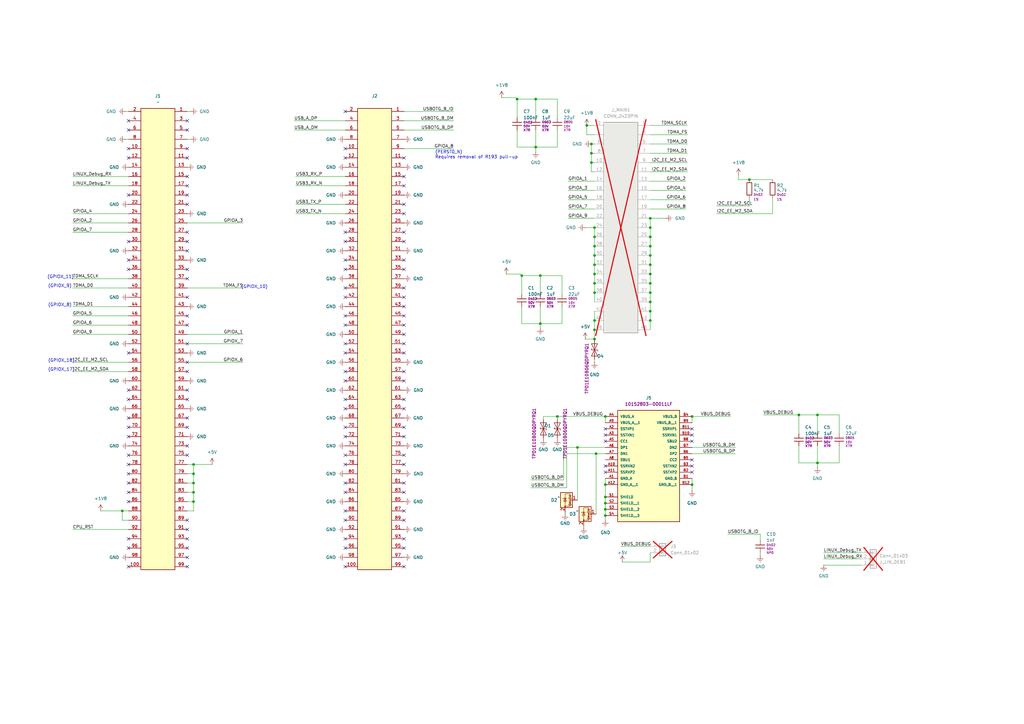
<source format=kicad_sch>
(kicad_sch (version 20231120) (generator "eeschema") (generator_version "8.0")
  (paper "A3")
  (junction (at 248.285 208.915))
  (junction (at 266.7 112.395))
  (junction (at 248.285 206.375))
  (junction (at 248.285 203.835))
  (junction (at 266.7 104.775))
  (junction (at 243.84 139.065))
  (junction (at 335.28 170.18))
  (junction (at 248.285 198.755))
  (junction (at 243.84 131.445))
  (junction (at 266.7 108.585))
  (junction (at 79.375 198.12))
  (junction (at 212.09 40.64))
  (junction (at 243.84 108.585))
  (junction (at 266.7 100.965))
  (junction (at 248.285 211.455))
  (junction (at 219.71 60.325))
  (junction (at 242.57 59.055))
  (junction (at 335.28 189.865))
  (junction (at 244.475 186.055))
  (junction (at 79.375 201.93))
  (junction (at 243.84 104.775))
  (junction (at 266.7 120.015))
  (junction (at 266.7 127.635))
  (junction (at 327.66 170.18))
  (junction (at 79.375 194.31))
  (junction (at 266.7 89.535))
  (junction (at 243.84 135.255))
  (junction (at 219.71 40.64))
  (junction (at 307.34 73.66))
  (junction (at 283.845 198.755))
  (junction (at 248.285 170.815))
  (junction (at 243.84 112.395))
  (junction (at 266.7 93.345))
  (junction (at 228.6 170.815))
  (junction (at 243.84 100.965))
  (junction (at 266.7 131.445))
  (junction (at 266.7 97.155))
  (junction (at 221.615 132.715))
  (junction (at 283.845 170.815))
  (junction (at 213.995 113.03))
  (junction (at 243.84 120.015))
  (junction (at 266.7 123.825))
  (junction (at 50.165 209.55))
  (junction (at 236.855 183.515))
  (junction (at 79.375 190.5))
  (junction (at 240.665 51.435))
  (junction (at 243.84 116.205))
  (junction (at 242.57 66.675))
  (junction (at 243.84 93.345))
  (junction (at 243.84 97.155))
  (junction (at 79.375 205.74))
  (junction (at 242.57 62.865))
  (junction (at 266.7 116.205))
  (junction (at 221.615 113.03))
  (no_connect (at 52.705 64.77))
  (no_connect (at 165.735 190.5))
  (no_connect (at 165.735 220.98))
  (no_connect (at 52.705 110.49))
  (no_connect (at 52.705 194.31))
  (no_connect (at 52.705 160.02))
  (no_connect (at 165.735 201.93))
  (no_connect (at 165.735 106.68))
  (no_connect (at 165.735 152.4))
  (no_connect (at 52.705 49.53))
  (no_connect (at 248.285 193.675))
  (no_connect (at 283.845 188.595))
  (no_connect (at 165.735 133.35))
  (no_connect (at 141.605 175.26))
  (no_connect (at 76.835 152.4))
  (no_connect (at 141.605 121.92))
  (no_connect (at 165.735 110.49))
  (no_connect (at 52.705 99.06))
  (no_connect (at 52.705 232.41))
  (no_connect (at 52.705 205.74))
  (no_connect (at 76.835 182.88))
  (no_connect (at 141.605 60.96))
  (no_connect (at 283.845 193.675))
  (no_connect (at 76.835 102.87))
  (no_connect (at 52.705 201.93))
  (no_connect (at 141.605 133.35))
  (no_connect (at 141.605 110.49))
  (no_connect (at 76.835 53.34))
  (no_connect (at 141.605 167.64))
  (no_connect (at 141.605 220.98))
  (no_connect (at 141.605 99.06))
  (no_connect (at 52.705 60.96))
  (no_connect (at 141.605 186.69))
  (no_connect (at 52.705 224.79))
  (no_connect (at 283.845 191.135))
  (no_connect (at 165.735 118.11))
  (no_connect (at 76.835 83.82))
  (no_connect (at 141.605 163.83))
  (no_connect (at 76.835 140.97))
  (no_connect (at 141.605 140.97))
  (no_connect (at 283.845 178.435))
  (no_connect (at 283.845 175.895))
  (no_connect (at 76.835 129.54))
  (no_connect (at 165.735 156.21))
  (no_connect (at 165.735 72.39))
  (no_connect (at 165.735 198.12))
  (no_connect (at 52.705 53.34))
  (no_connect (at 141.605 156.21))
  (no_connect (at 165.735 175.26))
  (no_connect (at 76.835 148.59))
  (no_connect (at 165.735 76.2))
  (no_connect (at 76.835 232.41))
  (no_connect (at 52.705 198.12))
  (no_connect (at 165.735 95.25))
  (no_connect (at 141.605 179.07))
  (no_connect (at 165.735 83.82))
  (no_connect (at 248.285 180.975))
  (no_connect (at 141.605 106.68))
  (no_connect (at 165.735 224.79))
  (no_connect (at 141.605 198.12))
  (no_connect (at 52.705 106.68))
  (no_connect (at 76.835 220.98))
  (no_connect (at 52.705 80.01))
  (no_connect (at 141.605 232.41))
  (no_connect (at 52.705 179.07))
  (no_connect (at 165.735 129.54))
  (no_connect (at 141.605 190.5))
  (no_connect (at 165.735 179.07))
  (no_connect (at 76.835 49.53))
  (no_connect (at 76.835 121.92))
  (no_connect (at 141.605 129.54))
  (no_connect (at 76.835 213.36))
  (no_connect (at 165.735 137.16))
  (no_connect (at 52.705 220.98))
  (no_connect (at 76.835 228.6))
  (no_connect (at 165.735 140.97))
  (no_connect (at 141.605 118.11))
  (no_connect (at 76.835 171.45))
  (no_connect (at 76.835 80.01))
  (no_connect (at 141.605 45.72))
  (no_connect (at 283.845 180.975))
  (no_connect (at 141.605 95.25))
  (no_connect (at 76.835 76.2))
  (no_connect (at 141.605 201.93))
  (no_connect (at 141.605 213.36))
  (no_connect (at 141.605 152.4))
  (no_connect (at 52.705 175.26))
  (no_connect (at 165.735 232.41))
  (no_connect (at 76.835 99.06))
  (no_connect (at 165.735 186.69))
  (no_connect (at 76.835 95.25))
  (no_connect (at 141.605 224.79))
  (no_connect (at 76.835 160.02))
  (no_connect (at 165.735 167.64))
  (no_connect (at 165.735 87.63))
  (no_connect (at 248.285 178.435))
  (no_connect (at 76.835 133.35))
  (no_connect (at 165.735 209.55))
  (no_connect (at 141.605 144.78))
  (no_connect (at 52.705 144.78))
  (no_connect (at 165.735 64.77))
  (no_connect (at 76.835 110.49))
  (no_connect (at 141.605 209.55))
  (no_connect (at 52.705 190.5))
  (no_connect (at 165.735 125.73))
  (no_connect (at 76.835 60.96))
  (no_connect (at 52.705 163.83))
  (no_connect (at 165.735 121.92))
  (no_connect (at 52.705 171.45))
  (no_connect (at 248.285 191.135))
  (no_connect (at 76.835 186.69))
  (no_connect (at 76.835 224.79))
  (no_connect (at 165.735 99.06))
  (no_connect (at 248.285 175.895))
  (no_connect (at 165.735 163.83))
  (no_connect (at 165.735 213.36))
  (no_connect (at 76.835 114.3))
  (no_connect (at 76.835 163.83))
  (no_connect (at 76.835 175.26))
  (no_connect (at 76.835 217.17))
  (no_connect (at 52.705 186.69))
  (no_connect (at 141.605 64.77))
  (no_connect (at 76.835 72.39))
  (no_connect (at 76.835 64.77))
  (no_connect (at 165.735 144.78))
  (wire (pts (xy 266.7 85.725) (xy 281.305 85.725)))
  (wire (pts (xy 266.7 116.205) (xy 266.7 120.015)))
  (wire (pts (xy 266.7 93.345) (xy 266.7 97.155)))
  (wire (pts (xy 29.845 114.3) (xy 52.705 114.3)))
  (wire (pts (xy 29.845 133.35) (xy 52.705 133.35)))
  (wire (pts (xy 99.695 148.59) (xy 76.835 148.59)))
  (wire (pts (xy 228.6 53.34) (xy 228.6 60.325)))
  (wire (pts (xy 337.82 229.235) (xy 353.06 229.235)))
  (wire (pts (xy 222.885 170.815) (xy 222.885 172.085)))
  (wire (pts (xy 353.06 226.695) (xy 337.82 226.695)))
  (wire (pts (xy 232.41 200.025) (xy 232.41 186.055)))
  (wire (pts (xy 266.7 74.295) (xy 281.305 74.295)))
  (wire (pts (xy 212.09 60.325) (xy 219.71 60.325)))
  (wire (pts (xy 243.84 131.445) (xy 243.84 135.255)))
  (wire (pts (xy 51.435 57.15) (xy 52.705 57.15)))
  (wire (pts (xy 76.835 201.93) (xy 79.375 201.93)))
  (wire (pts (xy 141.605 83.82) (xy 121.285 83.82)))
  (wire (pts (xy 266.7 66.675) (xy 281.94 66.675)))
  (wire (pts (xy 230.505 125.73) (xy 230.505 132.715)))
  (wire (pts (xy 213.36 112.395) (xy 213.995 113.03)))
  (wire (pts (xy 228.6 40.64) (xy 228.6 48.26)))
  (wire (pts (xy 213.995 120.65) (xy 213.995 113.03)))
  (wire (pts (xy 231.775 210.82) (xy 231.775 210.185)))
  (wire (pts (xy 29.845 91.44) (xy 52.705 91.44)))
  (wire (pts (xy 228.6 170.815) (xy 228.6 172.085)))
  (wire (pts (xy 51.435 45.72) (xy 52.705 45.72)))
  (wire (pts (xy 335.28 189.865) (xy 344.17 189.865)))
  (wire (pts (xy 244.475 186.055) (xy 248.285 186.055)))
  (wire (pts (xy 99.695 91.44) (xy 76.835 91.44)))
  (wire (pts (xy 266.7 81.915) (xy 281.305 81.915)))
  (wire (pts (xy 212.09 48.26) (xy 212.09 40.64)))
  (wire (pts (xy 79.375 194.31) (xy 79.375 190.5)))
  (wire (pts (xy 120.65 49.53) (xy 141.605 49.53)))
  (wire (pts (xy 29.845 148.59) (xy 52.705 148.59)))
  (wire (pts (xy 266.7 89.535) (xy 266.7 93.345)))
  (wire (pts (xy 213.995 132.715) (xy 221.615 132.715)))
  (wire (pts (xy 212.09 60.325) (xy 212.09 53.34)))
  (wire (pts (xy 242.57 59.055) (xy 243.84 59.055)))
  (wire (pts (xy 335.28 170.18) (xy 344.17 170.18)))
  (wire (pts (xy 120.65 53.34) (xy 141.605 53.34)))
  (wire (pts (xy 76.835 190.5) (xy 79.375 190.5)))
  (wire (pts (xy 79.375 209.55) (xy 79.375 205.74)))
  (wire (pts (xy 327.66 189.865) (xy 327.66 182.88)))
  (wire (pts (xy 29.845 129.54) (xy 52.705 129.54)))
  (wire (pts (xy 222.885 179.705) (xy 222.885 180.34)))
  (wire (pts (xy 165.735 53.34) (xy 186.055 53.34)))
  (wire (pts (xy 243.84 55.245) (xy 240.665 55.245)))
  (wire (pts (xy 266.7 59.055) (xy 281.94 59.055)))
  (wire (pts (xy 242.57 70.485) (xy 243.84 70.485)))
  (wire (pts (xy 29.845 217.17) (xy 52.705 217.17)))
  (wire (pts (xy 236.855 183.515) (xy 236.855 205.105)))
  (wire (pts (xy 243.84 93.345) (xy 243.84 97.155)))
  (wire (pts (xy 327.66 177.8) (xy 327.66 170.18)))
  (wire (pts (xy 335.28 170.18) (xy 335.28 177.8)))
  (wire (pts (xy 211.455 40.005) (xy 212.09 40.64)))
  (wire (pts (xy 243.84 100.965) (xy 243.84 104.775)))
  (wire (pts (xy 212.09 40.64) (xy 219.71 40.64)))
  (wire (pts (xy 79.375 201.93) (xy 79.375 198.12)))
  (wire (pts (xy 240.03 93.345) (xy 243.84 93.345)))
  (wire (pts (xy 221.615 113.03) (xy 221.615 120.65)))
  (wire (pts (xy 283.845 170.815) (xy 283.845 173.355)))
  (wire (pts (xy 248.285 196.215) (xy 248.285 198.755)))
  (wire (pts (xy 29.845 95.25) (xy 52.705 95.25)))
  (wire (pts (xy 240.665 55.245) (xy 240.665 51.435)))
  (wire (pts (xy 311.785 226.695) (xy 311.785 227.965)))
  (wire (pts (xy 248.285 208.915) (xy 248.285 211.455)))
  (wire (pts (xy 228.6 179.705) (xy 228.6 180.34)))
  (wire (pts (xy 266.7 51.435) (xy 281.94 51.435)))
  (wire (pts (xy 266.7 112.395) (xy 266.7 116.205)))
  (wire (pts (xy 243.84 116.205) (xy 243.84 120.015)))
  (wire (pts (xy 232.41 186.055) (xy 244.475 186.055)))
  (wire (pts (xy 217.805 196.85) (xy 231.14 196.85)))
  (wire (pts (xy 233.045 85.725) (xy 243.84 85.725)))
  (wire (pts (xy 243.84 112.395) (xy 243.84 116.205)))
  (wire (pts (xy 248.285 211.455) (xy 248.285 213.36)))
  (wire (pts (xy 255.27 230.505) (xy 266.7 230.505)))
  (wire (pts (xy 283.845 196.215) (xy 283.845 198.755)))
  (wire (pts (xy 344.17 182.88) (xy 344.17 189.865)))
  (wire (pts (xy 266.7 104.775) (xy 266.7 108.585)))
  (wire (pts (xy 222.885 170.815) (xy 228.6 170.815)))
  (wire (pts (xy 266.7 89.535) (xy 273.05 89.535)))
  (wire (pts (xy 327.66 170.18) (xy 335.28 170.18)))
  (wire (pts (xy 307.34 81.28) (xy 307.34 84.455)))
  (wire (pts (xy 213.995 113.03) (xy 221.615 113.03)))
  (wire (pts (xy 335.28 182.88) (xy 335.28 189.865)))
  (wire (pts (xy 239.395 216.535) (xy 239.395 215.9)))
  (wire (pts (xy 29.845 137.16) (xy 52.705 137.16)))
  (wire (pts (xy 266.7 120.015) (xy 266.7 123.825)))
  (wire (pts (xy 294.005 87.63) (xy 316.865 87.63)))
  (wire (pts (xy 233.045 74.295) (xy 243.84 74.295)))
  (wire (pts (xy 316.865 81.28) (xy 316.865 87.63)))
  (wire (pts (xy 254.635 224.155) (xy 266.7 224.155)))
  (wire (pts (xy 29.845 125.73) (xy 52.705 125.73)))
  (wire (pts (xy 248.285 203.835) (xy 248.285 206.375)))
  (wire (pts (xy 266.7 62.865) (xy 281.94 62.865)))
  (wire (pts (xy 243.84 120.015) (xy 243.84 123.825)))
  (wire (pts (xy 231.14 183.515) (xy 236.855 183.515)))
  (wire (pts (xy 243.84 135.255) (xy 243.84 139.065)))
  (wire (pts (xy 266.7 78.105) (xy 281.305 78.105)))
  (wire (pts (xy 266.7 55.245) (xy 281.94 55.245)))
  (wire (pts (xy 50.165 209.55) (xy 52.705 209.55)))
  (wire (pts (xy 266.7 230.505) (xy 266.7 226.695)))
  (wire (pts (xy 207.645 112.395) (xy 213.36 112.395)))
  (wire (pts (xy 221.615 113.03) (xy 230.505 113.03)))
  (wire (pts (xy 76.835 198.12) (xy 79.375 198.12)))
  (wire (pts (xy 327.66 189.865) (xy 335.28 189.865)))
  (wire (pts (xy 243.84 97.155) (xy 243.84 100.965)))
  (wire (pts (xy 29.845 87.63) (xy 52.705 87.63)))
  (wire (pts (xy 99.695 118.11) (xy 76.835 118.11)))
  (wire (pts (xy 52.705 213.36) (xy 50.165 213.36)))
  (wire (pts (xy 141.605 87.63) (xy 121.285 87.63)))
  (wire (pts (xy 219.71 40.64) (xy 219.71 48.26)))
  (wire (pts (xy 231.14 196.85) (xy 231.14 183.515)))
  (wire (pts (xy 219.71 40.64) (xy 228.6 40.64)))
  (wire (pts (xy 76.835 205.74) (xy 79.375 205.74)))
  (wire (pts (xy 233.045 81.915) (xy 243.84 81.915)))
  (wire (pts (xy 266.7 70.485) (xy 281.94 70.485)))
  (wire (pts (xy 242.57 66.675) (xy 242.57 70.485)))
  (wire (pts (xy 233.045 78.105) (xy 243.84 78.105)))
  (wire (pts (xy 344.17 170.18) (xy 344.17 177.8)))
  (wire (pts (xy 248.285 206.375) (xy 248.285 208.915)))
  (wire (pts (xy 165.735 60.96) (xy 186.055 60.96)))
  (wire (pts (xy 248.285 170.815) (xy 248.285 173.355)))
  (wire (pts (xy 240.03 139.065) (xy 243.84 139.065)))
  (wire (pts (xy 244.475 186.055) (xy 244.475 210.82)))
  (wire (pts (xy 242.57 66.675) (xy 243.84 66.675)))
  (wire (pts (xy 141.605 76.2) (xy 121.285 76.2)))
  (wire (pts (xy 228.6 170.815) (xy 248.285 170.815)))
  (wire (pts (xy 78.105 45.72) (xy 76.835 45.72)))
  (wire (pts (xy 236.855 183.515) (xy 248.285 183.515)))
  (wire (pts (xy 50.165 209.55) (xy 50.165 213.36)))
  (wire (pts (xy 233.045 89.535) (xy 243.84 89.535)))
  (wire (pts (xy 205.74 40.005) (xy 211.455 40.005)))
  (wire (pts (xy 294.005 84.455) (xy 307.34 84.455)))
  (wire (pts (xy 266.7 97.155) (xy 266.7 100.965)))
  (wire (pts (xy 266.7 108.585) (xy 266.7 112.395)))
  (wire (pts (xy 243.84 108.585) (xy 243.84 112.395)))
  (wire (pts (xy 165.735 49.53) (xy 186.055 49.53)))
  (wire (pts (xy 301.625 186.055) (xy 283.845 186.055)))
  (wire (pts (xy 266.7 123.825) (xy 266.7 127.635)))
  (wire (pts (xy 99.695 140.97) (xy 76.835 140.97)))
  (wire (pts (xy 242.57 62.865) (xy 243.84 62.865)))
  (wire (pts (xy 266.7 127.635) (xy 266.7 131.445)))
  (wire (pts (xy 76.835 194.31) (xy 79.375 194.31)))
  (wire (pts (xy 266.7 131.445) (xy 266.7 135.255)))
  (wire (pts (xy 41.275 209.55) (xy 50.165 209.55)))
  (wire (pts (xy 337.82 231.775) (xy 353.06 231.775)))
  (wire (pts (xy 79.375 190.5) (xy 86.995 190.5)))
  (wire (pts (xy 213.995 132.715) (xy 213.995 125.73)))
  (wire (pts (xy 78.105 57.15) (xy 76.835 57.15)))
  (wire (pts (xy 242.57 59.055) (xy 242.57 62.865)))
  (wire (pts (xy 29.845 118.11) (xy 52.705 118.11)))
  (wire (pts (xy 221.615 132.715) (xy 230.505 132.715)))
  (wire (pts (xy 283.845 170.815) (xy 299.72 170.815)))
  (wire (pts (xy 242.57 62.865) (xy 242.57 66.675)))
  (wire (pts (xy 243.84 104.775) (xy 243.84 108.585)))
  (wire (pts (xy 29.845 152.4) (xy 52.705 152.4)))
  (wire (pts (xy 221.615 125.73) (xy 221.615 132.715)))
  (wire (pts (xy 243.84 147.32) (xy 243.84 148.59)))
  (wire (pts (xy 79.375 205.74) (xy 79.375 201.93)))
  (wire (pts (xy 165.735 45.72) (xy 186.055 45.72)))
  (wire (pts (xy 298.45 219.075) (xy 311.785 219.075)))
  (wire (pts (xy 283.845 198.755) (xy 283.845 201.295)))
  (wire (pts (xy 243.84 127.635) (xy 243.84 131.445)))
  (wire (pts (xy 219.71 60.325) (xy 219.71 62.23)))
  (wire (pts (xy 335.28 189.865) (xy 335.28 191.77)))
  (wire (pts (xy 29.845 72.39) (xy 52.705 72.39)))
  (wire (pts (xy 240.665 51.435) (xy 243.84 51.435)))
  (wire (pts (xy 29.845 76.2) (xy 52.705 76.2)))
  (wire (pts (xy 79.375 198.12) (xy 79.375 194.31)))
  (wire (pts (xy 99.695 137.16) (xy 76.835 137.16)))
  (wire (pts (xy 248.285 198.755) (xy 248.285 203.835)))
  (wire (pts (xy 302.895 73.66) (xy 307.34 73.66)))
  (wire (pts (xy 301.625 183.515) (xy 283.845 183.515)))
  (wire (pts (xy 221.615 132.715) (xy 221.615 134.62)))
  (wire (pts (xy 141.605 72.39) (xy 121.285 72.39)))
  (wire (pts (xy 230.505 113.03) (xy 230.505 120.65)))
  (wire (pts (xy 302.895 71.755) (xy 302.895 73.66)))
  (wire (pts (xy 311.785 219.075) (xy 311.785 221.615)))
  (wire (pts (xy 76.835 209.55) (xy 79.375 209.55)))
  (wire (pts (xy 219.71 53.34) (xy 219.71 60.325)))
  (wire (pts (xy 266.7 100.965) (xy 266.7 104.775)))
  (wire (pts (xy 307.34 73.66) (xy 316.865 73.66)))
  (wire (pts (xy 313.055 170.18) (xy 327.66 170.18)))
  (wire (pts (xy 243.84 139.065) (xy 243.84 139.7)))
  (wire (pts (xy 217.805 200.025) (xy 232.41 200.025)))
  (wire (pts (xy 219.71 60.325) (xy 228.6 60.325)))
  (text "(GPIOX_8)\n\n" (at 19.685 127.9525 0) (effects (font (size 1.27 1.27)) (justify left bottom)))
  (text "(GPIOX_9)" (at 19.685 118.11 0) (effects (font (size 1.27 1.27)) (justify left bottom)))
  (text "(GPIOX_18)" (at 19.685 147.955 0) (effects (font (size 1.27 1.27)) (justify left)))
  (text "(GPIOX_17)" (at 19.685 152.4 0) (effects (font (size 1.27 1.27)) (justify left bottom)))
  (text "(GPIOX_11)" (at 19.3675 113.665 0) (effects (font (size 1.27 1.27)) (justify left)))
  (text "(GPIOX_10)\n\n" (at 109.855 118.745 0) (effects (font (size 1.27 1.27)) (justify right)))
  (text "(PERST0_N)\nRequires removal of R193 pull-up" (at 178.435 63.5 0) (effects (font (size 1.27 1.27)) (justify left)))
  (label "GPIOA_9" (at 29.845 137.16 0))
  (label "LINUX_Debug_RX" (at 29.845 72.39 0))
  (label "TDMA_SCLK" (at 29.845 114.3 0))
  (label "VBUS_DEBUG" (at 313.055 170.18 0))
  (label "USBOTG_B_ID" (at 186.055 45.72 180))
  (label "I2C_EE_M2_SCL" (at 29.845 148.59 0))
  (label "GPIOA_2" (at 29.845 91.44 0))
  (label "GPIOA_3" (at 233.045 78.105 0))
  (label "USB_A_DP" (at 120.65 49.53 0))
  (label "I2C_EE_M2_SDA" (at 29.845 152.4 0))
  (label "USB3_TX_N" (at 121.285 87.63 0))
  (label "GPIOA_4" (at 29.845 87.63 0))
  (label "USBOTG_B_DM" (at 186.055 49.53 180))
  (label "USB3_RX_N" (at 121.285 76.2 0))
  (label "I2C_EE_M2_SDA" (at 294.005 87.63 0))
  (label "LINUX_Debug_TX" (at 29.845 76.2 0))
  (label "GPIOA_5" (at 233.045 81.915 0))
  (label "TDMA_SCLK" (at 281.94 51.435 180))
  (label "GPIOX_6" (at 99.695 148.59 180))
  (label "GPIOA_2" (at 281.305 74.295 180))
  (label "USBOTG_B_DP" (at 217.805 196.85 0))
  (label "CPU_RST" (at 29.845 217.17 0))
  (label "USB3_RX_P" (at 121.285 72.39 0))
  (label "GPIOA_6" (at 29.845 133.35 0))
  (label "GPIOA_1" (at 233.045 74.295 0))
  (label "TDMA_D1" (at 281.94 62.865 180))
  (label "GPIOA_8" (at 186.055 60.96 180))
  (label "VBUS_DEBUG" (at 254.635 224.155 0))
  (label "GPIOA_1" (at 99.695 137.16 180))
  (label "GPIOA_8" (at 281.305 85.725 180))
  (label "GPIOA_9" (at 233.045 89.535 0))
  (label "TDMA_D0" (at 281.94 59.055 180))
  (label "GPIOA_3" (at 99.695 91.44 180))
  (label "GPIOA_5" (at 29.845 129.54 0))
  (label "TDMA_FS" (at 99.695 118.11 180))
  (label "USBOTG_B_ID" (at 298.45 219.075 0))
  (label "TDMA_D1" (at 29.845 125.73 0))
  (label "GPIOA_4" (at 281.305 78.105 180))
  (label "I2C_EE_M2_SCL" (at 294.005 84.455 0))
  (label "VBUS_DEBUG" (at 234.95 170.815 0))
  (label "I2C_EE_M2_SDA" (at 281.94 70.485 180))
  (label "TDMA_D0" (at 29.845 118.11 0))
  (label "LINUX_Debug_TX" (at 337.82 226.695 0))
  (label "USBOTG_B_DP" (at 301.625 186.055 180))
  (label "USB_A_DM" (at 120.65 53.34 0))
  (label "USB3_TX_P" (at 121.285 83.82 0))
  (label "I2C_EE_M2_SCL" (at 281.94 66.675 180))
  (label "USBOTG_B_DM" (at 217.805 200.025 0))
  (label "GPIOA_6" (at 281.305 81.915 180))
  (label "GPIOA_7" (at 233.045 85.725 0))
  (label "USBOTG_B_DP" (at 186.055 53.34 180))
  (label "USBOTG_B_DM" (at 301.625 183.515 180))
  (label "VBUS_DEBUG" (at 299.72 170.815 180))
  (label "GPIOA_7" (at 29.845 95.25 0))
  (label "LINUX_Debug_RX" (at 337.82 229.235 0))
  (label "GPIOX_7" (at 99.695 140.97 180))
  (label "TDMA_FS" (at 281.94 55.245 180))
  (symbol (lib_id "power:GNDREF") (at 165.735 194.31 90) (unit 1)
    (property "Reference" "#PWR050" (effects (hide yes)))
    (property "Value" "GND" (at 169.545 194.31 90) (effects (justify right)))
    (property "Description" "Power symbol creates a global label with name \"GNDREF\" , reference supply ground" (effects (hide yes)))
  )
  (symbol (lib_id "speaker_global_library:10152803-00011LF") (at 266.065 183.515 0) (unit 1)
    (property "Reference" "J5" (at 266.065 163.195 0))
    (property "Value" "10152803-00011LF" (effects (hide yes)))
    (property "Footprint" "speaker_global_library:AMPHENOL_10152803-00011LF" (effects (hide yes)))
    (property "PARTREV" "A" (effects (hide yes)))
    (property "STANDARD" "Manufacturer Recommendations" (effects (hide yes)))
    (property "MAXIMUM_PACKAGE_HEIGHT" "3.26 mm" (effects (hide yes)))
    (property "Manufacturer" "Amphenol" (effects (hide yes)))
    (property "MPN" "10152803-00011LF" (at 266.065 165.735 0))
  )
  (symbol (lib_id "power:GNDREF") (at 231.775 210.82 0) (unit 1)
    (property "Reference" "#PWR064" (effects (hide yes)))
    (property "Value" "GND" (at 231.775 214.63 0))
    (property "Description" "Power symbol creates a global label with name \"GNDREF\" , reference supply ground" (effects (hide yes)))
  )
  (symbol (lib_id "speaker_amp_library:C_0603") (at 219.71 50.8 0) (unit 1)
    (property "Reference" "C8" (at 222.25 45.72 0) (effects (justify left)))
    (property "Value" "1uF" (at 222.25 48.26 0) (effects (justify left)))
    (property "Footprint" "speaker_global_library:C_0603_1608Metric" (effects (hide yes)))
    (property "Description" "Unpolarized capacitor" (effects (hide yes)))
    (property "Footprint size" "0603" (at 222.25 50.038 0) (effects (font (size 0.9525 0.9525)) (justify left)))
    (property "Voltage" "50V" (at 222.25 51.816 0) (effects (font (size 0.9525 0.9525)) (justify left)))
    (property "Type" "X7R" (at 222.25 53.34 0) (effects (font (size 0.9525 0.9525)) (justify left)))
    (property "Tolerance" "10%" (effects (hide yes)))
    (property "MPN" "CL10B105KB8NQNC" (effects (hide yes)))
    (property "Manufacturer" "Samsung Electro-Mechanics" (effects (hide yes)))
  )
  (symbol (lib_id "power:GNDREF") (at 337.82 231.775 0) (unit 1)
    (property "Reference" "#PWR056" (effects (hide yes)))
    (property "Value" "GND" (at 337.82 236.22 0))
    (property "Description" "Power symbol creates a global label with name \"GNDREF\" , reference supply ground" (effects (hide yes)))
  )
  (symbol (lib_id "power:GNDREF") (at 76.835 68.58 90) (unit 1)
    (property "Reference" "#PWR013" (effects (hide yes)))
    (property "Value" "GND" (at 80.5466 68.58 90) (effects (justify right)))
    (property "Description" "Power symbol creates a global label with name \"GNDREF\" , reference supply ground" (effects (hide yes)))
  )
  (symbol (lib_id "speaker_amp_library:C_0402") (at 327.66 180.34 0) (unit 1)
    (property "Reference" "C4" (at 330.2 175.26 0) (effects (justify left)))
    (property "Value" "100nF" (at 330.2 177.8 0) (effects (justify left)))
    (property "Footprint" "speaker_global_library:C_0402_1005Metric" (effects (hide yes)))
    (property "Description" "Unpolarized capacitor" (effects (hide yes)))
    (property "Footprint size" "0402" (at 330.2 179.705 0) (effects (font (size 0.9525 0.9525)) (justify left)))
    (property "Voltage" "50V" (at 330.2 181.2926 0) (effects (font (size 0.9525 0.9525)) (justify left)))
    (property "Type" "X7R" (at 330.2 182.8801 0) (effects (font (size 0.9525 0.9525)) (justify left)))
    (property "Tolerance" "10%" (effects (hide yes)))
    (property "Manufacturer" "Murata" (effects (hide yes)))
    (property "MPN" "GRM155R71H104KE14D" (effects (hide yes)))
  )
  (symbol (lib_id "power:GNDREF") (at 141.605 137.16 270) (unit 1)
    (property "Reference" "#PWR031" (effects (hide yes)))
    (property "Value" "GND" (at 137.795 137.16 90) (effects (justify right)))
    (property "Description" "Power symbol creates a global label with name \"GNDREF\" , reference supply ground" (effects (hide yes)))
  )
  (symbol (lib_id "power:GNDREF") (at 76.835 167.64 90) (unit 1)
    (property "Reference" "#PWR019" (effects (hide yes)))
    (property "Value" "GND" (at 80.645 167.64 90) (effects (justify right)))
    (property "Description" "Power symbol creates a global label with name \"GNDREF\" , reference supply ground" (effects (hide yes)))
  )
  (symbol (lib_id "power:GNDREF") (at 165.735 228.6 90) (unit 1)
    (property "Reference" "#PWR053" (effects (hide yes)))
    (property "Value" "GND" (at 169.4466 228.6 90) (effects (justify right)))
    (property "Description" "Power symbol creates a global label with name \"GNDREF\" , reference supply ground" (effects (hide yes)))
  )
  (symbol (lib_id "power:GNDREF") (at 273.05 89.535 90) (mirror x) (unit 1)
    (property "Reference" "#PWR061" (effects (hide yes)))
    (property "Value" "GND" (at 276.86 89.535 90) (effects (justify right)))
    (property "Description" "Power symbol creates a global label with name \"GNDREF\" , reference supply ground" (effects (hide yes)))
  )
  (symbol (lib_id "power:+5V") (at 302.895 71.755 0) (unit 1)
    (property "Reference" "#PWR073" (effects (hide yes)))
    (property "Value" "+1V8" (at 302.895 66.675 0))
    (property "Description" "Power symbol creates a global label with name \"+5V\"" (effects (hide yes)))
  )
  (symbol (lib_id "power:+1V8") (at 240.665 51.435 0) (unit 1)
    (property "Reference" "#PWR055" (effects (hide yes)))
    (property "Value" "+1V8" (at 240.665 46.355 0))
    (property "Description" "Power symbol creates a global label with name \"+1V8\"" (effects (hide yes)))
  )
  (symbol (lib_id "speaker_amp_library:C_0402") (at 311.785 224.155 0) (unit 1)
    (property "Reference" "C10" (at 314.325 219.075 0) (effects (justify left)))
    (property "Value" "1nF" (at 314.325 221.615 0) (effects (justify left)))
    (property "Footprint" "speaker_global_library:C_0402_1005Metric" (effects (hide yes)))
    (property "Description" "Unpolarized capacitor" (effects (hide yes)))
    (property "Footprint size" "0402" (at 314.325 223.52 0) (effects (font (size 0.9525 0.9525)) (justify left)))
    (property "Voltage" "50V" (at 314.325 225.1076 0) (effects (font (size 0.9525 0.9525)) (justify left)))
    (property "Type" "NP0" (at 314.325 226.6951 0) (effects (font (size 0.9525 0.9525)) (justify left)))
    (property "Tolerance" "5%" (effects (hide yes)))
    (property "Manufacturer" "KEMET" (effects (hide yes)))
    (property "MPN" "C0402C102J5GAC" (effects (hide yes)))
  )
  (symbol (lib_id "power:GNDREF") (at 165.735 102.87 90) (unit 1)
    (property "Reference" "#PWR044" (effects (hide yes)))
    (property "Value" "GND" (at 169.4466 102.87 90) (effects (justify right)))
    (property "Description" "Power symbol creates a global label with name \"GNDREF\" , reference supply ground" (effects (hide yes)))
  )
  (symbol (lib_id "Connector_Generic:Conn_01x03") (at 358.14 229.235 0) (mirror x) (unit 1) (dnp yes)
    (property "Reference" "J_LIN_DEB1" (at 360.68 230.505 0) (effects (justify left)))
    (property "Value" "Conn_01x03" (at 360.68 227.965 0) (effects (justify left)))
    (property "Footprint" "Connector_PinHeader_2.54mm:PinHeader_1x03_P2.54mm_Vertical" (effects (hide yes)))
    (property "Description" "Generic connector, single row, 01x03, script generated (kicad-library-utils/schlib/autogen/connector/)" (effects (hide yes)))
  )
  (symbol (lib_id "power:GNDREF") (at 52.705 102.87 270) (unit 1)
    (property "Reference" "#PWR06" (effects (hide yes)))
    (property "Value" "GND" (at 48.895 102.87 90) (effects (justify right)))
    (property "Description" "Power symbol creates a global label with name \"GNDREF\" , reference supply ground" (effects (hide yes)))
  )
  (symbol (lib_id "speaker_global_library:DF40HC(3.0)-100DS-0.4V(51") (at 135.255 95.25 0) (mirror y) (unit 1)
    (property "Reference" "J2" (at 153.67 39.37 0))
    (property "Value" "	" (at 153.67 41.91 0))
    (property "Footprint" "speaker_global_library:CONN_DF40HC-100DS_HIR_v1_1" (effects (hide yes)))
    (property "Description" "Generic connector, double row, 47 pins, odd/even pin numbering scheme (row 1 odd numbers, row 2 even numbers), script generated (kicad-library-utils/schlib/autogen/connector/)" (effects (hide yes)))
    (property "Manufacturer" "Hirose Connector" (effects (hide yes)))
    (property "MPN" "DF40HC(3.0)-100DS-0.4V(51" (effects (hide yes)))
  )
  (symbol (lib_id "power:+1V8") (at 41.275 209.55 0) (unit 1)
    (property "Reference" "#PWR01" (effects (hide yes)))
    (property "Value" "+1V8" (at 41.275 204.47 0))
    (property "Description" "Power symbol creates a global label with name \"+1V8\"" (effects (hide yes)))
  )
  (symbol (lib_id "speaker_amp_library:C_0603") (at 228.6 50.8 0) (unit 1)
    (property "Reference" "C9" (at 231.14 45.72 0) (effects (justify left)))
    (property "Value" "22uF" (at 231.14 48.26 0) (effects (justify left)))
    (property "Footprint" "speaker_global_library:C_0805_2012Metric" (effects (hide yes)))
    (property "Description" "Unpolarized capacitor" (effects (hide yes)))
    (property "Footprint size" "0805" (at 231.14 50.038 0) (effects (font (size 0.9525 0.9525)) (justify left)))
    (property "Voltage" "10V" (at 231.14 51.816 0) (effects (font (size 0.9525 0.9525)) (justify left)))
    (property "Type" "X7R" (at 231.14 53.34 0) (effects (font (size 0.9525 0.9525)) (justify left)))
    (property "Tolerance" "20%" (effects (hide yes)))
    (property "Manufacturer" "Murata" (effects (hide yes)))
    (property "MPN" "GRM21BZ71A226ME15K" (effects (hide yes)))
  )
  (symbol (lib_id "power:GNDREF") (at 283.845 201.295 0) (unit 1)
    (property "Reference" "#PWR063" (effects (hide yes)))
    (property "Value" "GND" (at 283.845 206.375 0))
    (property "Description" "Power symbol creates a global label with name \"GNDREF\" , reference supply ground" (effects (hide yes)))
  )
  (symbol (lib_id "Diode:ESD9B3.3ST5G") (at 228.6 175.895 270) (unit 1)
    (property "Reference" "D5" (at 227.2257 178.5512 90) (effects (justify right)))
    (property "Footprint" "speaker_global_library:SOD-523" (effects (hide yes)))
    (property "MPN" "TPD1E10B06QDPYRQ1" (at 231.775 177.8 0))
    (property "Manufacturer" "Texas Instruments" (effects (hide yes)))
  )
  (symbol (lib_id "power:GNDREF") (at 141.605 182.88 270) (unit 1)
    (property "Reference" "#PWR035" (effects (hide yes)))
    (property "Value" "GND" (at 137.795 182.88 90) (effects (justify right)))
    (property "Description" "Power symbol creates a global label with name \"GNDREF\" , reference supply ground" (effects (hide yes)))
  )
  (symbol (lib_id "power:GNDREF") (at 141.605 80.01 270) (unit 1)
    (property "Reference" "#PWR026" (effects (hide yes)))
    (property "Value" "GND" (at 137.795 80.01 90) (effects (justify right)))
    (property "Description" "Power symbol creates a global label with name \"GNDREF\" , reference supply ground" (effects (hide yes)))
  )
  (symbol (lib_id "power:GNDREF") (at 52.705 140.97 270) (unit 1)
    (property "Reference" "#PWR08" (effects (hide yes)))
    (property "Value" "GND" (at 48.895 140.97 90) (effects (justify right)))
    (property "Description" "Power symbol creates a global label with name \"GNDREF\" , reference supply ground" (effects (hide yes)))
  )
  (symbol (lib_id "Diode:ESD9B3.3ST5G") (at 222.885 175.895 270) (unit 1)
    (property "Reference" "D1" (at 226.06 174.625 90) (effects (justify right)))
    (property "Footprint" "speaker_global_library:SOD-523" (effects (hide yes)))
    (property "MPN" "TPD1E10B06QDPYRQ1" (at 219.075 177.8 0))
    (property "Manufacturer" "Texas Instruments" (effects (hide yes)))
  )
  (symbol (lib_id "power:GNDREF") (at 141.605 160.02 270) (unit 1)
    (property "Reference" "#PWR033" (effects (hide yes)))
    (property "Value" "GND" (at 137.795 160.02 90) (effects (justify right)))
    (property "Description" "Power symbol creates a global label with name \"GNDREF\" , reference supply ground" (effects (hide yes)))
  )
  (symbol (lib_id "power:GNDREF") (at 51.435 45.72 270) (unit 1)
    (property "Reference" "#PWR02" (effects (hide yes)))
    (property "Value" "GND" (at 47.625 45.72 90) (effects (justify right)))
    (property "Description" "Power symbol creates a global label with name \"GNDREF\" , reference supply ground" (effects (hide yes)))
  )
  (symbol (lib_id "power:+5V") (at 207.645 112.395 0) (unit 1)
    (property "Reference" "#PWR068" (effects (hide yes)))
    (property "Value" "+5V" (at 207.645 107.315 0))
    (property "Description" "Power symbol creates a global label with name \"+5V\"" (effects (hide yes)))
  )
  (symbol (lib_id "power:GNDREF") (at 76.835 87.63 90) (unit 1)
    (property "Reference" "#PWR014" (effects (hide yes)))
    (property "Value" "GND" (at 80.645 87.63 90) (effects (justify right)))
    (property "Description" "Power symbol creates a global label with name \"GNDREF\" , reference supply ground" (effects (hide yes)))
  )
  (symbol (lib_id "power:GNDREF") (at 228.6 180.34 0) (unit 1)
    (property "Reference" "#PWR072" (effects (hide yes)))
    (property "Value" "GND" (at 228.5536 184.3802 0))
    (property "Description" "Power symbol creates a global label with name \"GNDREF\" , reference supply ground" (effects (hide yes)))
  )
  (symbol (lib_id "power:GNDREF") (at 141.605 228.6 270) (unit 1)
    (property "Reference" "#PWR039" (effects (hide yes)))
    (property "Value" "GND" (at 137.795 228.6 90) (effects (justify right)))
    (property "Description" "Power symbol creates a global label with name \"GNDREF\" , reference supply ground" (effects (hide yes)))
  )
  (symbol (lib_id "power:+5V") (at 255.27 230.505 0) (unit 1)
    (property "Reference" "#PWR059" (effects (hide yes)))
    (property "Value" "+5V" (at 255.27 226.695 0))
    (property "Description" "Power symbol creates a global label with name \"+5V\"" (effects (hide yes)))
  )
  (symbol (lib_id "power:GNDREF") (at 165.735 205.74 90) (unit 1)
    (property "Reference" "#PWR051" (effects (hide yes)))
    (property "Value" "GND" (at 169.4466 205.74 90) (effects (justify right)))
    (property "Description" "Power symbol creates a global label with name \"GNDREF\" , reference supply ground" (effects (hide yes)))
  )
  (symbol (lib_id "power:GNDREF") (at 52.705 156.21 270) (unit 1)
    (property "Reference" "#PWR09" (effects (hide yes)))
    (property "Value" "GND" (at 48.895 156.21 90) (effects (justify right)))
    (property "Description" "Power symbol creates a global label with name \"GNDREF\" , reference supply ground" (effects (hide yes)))
  )
  (symbol (lib_id "power:GNDREF") (at 52.705 167.64 270) (unit 1)
    (property "Reference" "#PWR010" (effects (hide yes)))
    (property "Value" "GND" (at 48.895 167.64 90) (effects (justify right)))
    (property "Description" "Power symbol creates a global label with name \"GNDREF\" , reference supply ground" (effects (hide yes)))
  )
  (symbol (lib_id "power:GNDREF") (at 141.605 205.74 270) (unit 1)
    (property "Reference" "#PWR037" (effects (hide yes)))
    (property "Value" "GND" (at 137.795 205.74 90) (effects (justify right)))
    (property "Description" "Power symbol creates a global label with name \"GNDREF\" , reference supply ground" (effects (hide yes)))
  )
  (symbol (lib_id "power:GNDREF") (at 165.735 57.15 90) (unit 1)
    (property "Reference" "#PWR040" (effects (hide yes)))
    (property "Value" "GND" (at 169.4466 57.15 90) (effects (justify right)))
    (property "Description" "Power symbol creates a global label with name \"GNDREF\" , reference supply ground" (effects (hide yes)))
  )
  (symbol (lib_id "speaker_amp_library:C_0603") (at 230.505 123.19 0) (unit 1)
    (property "Reference" "C3" (at 233.045 118.11 0) (effects (justify left)))
    (property "Value" "22uF" (at 233.045 120.65 0) (effects (justify left)))
    (property "Footprint" "speaker_global_library:C_0805_2012Metric" (effects (hide yes)))
    (property "Description" "Unpolarized capacitor" (effects (hide yes)))
    (property "Footprint size" "0805" (at 233.045 122.428 0) (effects (font (size 0.9525 0.9525)) (justify left)))
    (property "Voltage" "10V" (at 233.045 124.206 0) (effects (font (size 0.9525 0.9525)) (justify left)))
    (property "Type" "X7R" (at 233.045 125.73 0) (effects (font (size 0.9525 0.9525)) (justify left)))
    (property "Tolerance" "20%" (effects (hide yes)))
    (property "Manufacturer" "Murata" (effects (hide yes)))
    (property "MPN" "GRM21BZ71A226ME15K" (effects (hide yes)))
  )
  (symbol (lib_id "power:GNDREF") (at 52.705 121.92 270) (unit 1)
    (property "Reference" "#PWR07" (effects (hide yes)))
    (property "Value" "GND" (at 48.895 121.92 90) (effects (justify right)))
    (property "Description" "Power symbol creates a global label with name \"GNDREF\" , reference supply ground" (effects (hide yes)))
  )
  (symbol (lib_id "power:GNDREF") (at 165.735 80.01 90) (unit 1)
    (property "Reference" "#PWR042" (effects (hide yes)))
    (property "Value" "GND" (at 169.4466 80.01 90) (effects (justify right)))
    (property "Description" "Power symbol creates a global label with name \"GNDREF\" , reference supply ground" (effects (hide yes)))
  )
  (symbol (lib_id "Connector_Generic:Conn_01x02") (at 271.78 224.155 0) (unit 1) (dnp yes)
    (property "Reference" "J3" (at 274.955 224.155 0) (effects (justify left)))
    (property "Value" "Conn_01x02" (at 274.955 226.695 0) (effects (justify left)))
    (property "Footprint" "Connector_PinHeader_2.54mm:PinHeader_2x01_P2.54mm_Vertical" (effects (hide yes)))
    (property "Description" "Generic connector, single row, 01x02, script generated (kicad-library-utils/schlib/autogen/connector/)" (effects (hide yes)))
  )
  (symbol (lib_id "power:GNDREF") (at 141.605 57.15 270) (unit 1)
    (property "Reference" "#PWR024" (effects (hide yes)))
    (property "Value" "GND" (at 137.795 57.15 90) (effects (justify right)))
    (property "Description" "Power symbol creates a global label with name \"GNDREF\" , reference supply ground" (effects (hide yes)))
  )
  (symbol (lib_id "speaker_global_library:R_0402") (at 307.34 77.47 0) (unit 1)
    (property "Reference" "R1" (at 309.041 76.0393 0) (effects (justify left)))
    (property "Value" "4.7k" (at 309.041 77.9443 0) (effects (justify left)))
    (property "Footprint" "Resistor_SMD:R_0402_1005Metric" (effects (hide yes)))
    (property "Description" "Resistor" (effects (hide yes)))
    (property "Footprint size" "0402" (at 309.041 79.8492 0) (effects (font (size 0.9525 0.9525)) (justify left)))
    (property "Manufacturer" "Vishay / Draloric" (effects (hide yes)))
    (property "MPN" "RCG04024K70FKED" (effects (hide yes)))
    (property "Tolerance" "1%" (at 309.041 81.7543 0) (effects (font (size 0.9525 0.9525)) (justify left)))
  )
  (symbol (lib_id "power:GNDREF") (at 52.705 83.82 270) (unit 1)
    (property "Reference" "#PWR05" (effects (hide yes)))
    (property "Value" "GND" (at 48.895 83.82 90) (effects (justify right)))
    (property "Description" "Power symbol creates a global label with name \"GNDREF\" , reference supply ground" (effects (hide yes)))
  )
  (symbol (lib_id "power:GNDREF") (at 248.285 213.36 0) (unit 1)
    (property "Reference" "#PWR062" (effects (hide yes)))
    (property "Value" "GND" (at 248.285 218.44 0))
    (property "Description" "Power symbol creates a global label with name \"GNDREF\" , reference supply ground" (effects (hide yes)))
  )
  (symbol (lib_id "power:GNDREF") (at 165.735 160.02 90) (unit 1)
    (property "Reference" "#PWR047" (effects (hide yes)))
    (property "Value" "GND" (at 169.545 160.02 90) (effects (justify right)))
    (property "Description" "Power symbol creates a global label with name \"GNDREF\" , reference supply ground" (effects (hide yes)))
  )
  (symbol (lib_id "speaker_amp_library:C_0402") (at 213.995 123.19 0) (unit 1)
    (property "Reference" "C1" (at 216.535 118.11 0) (effects (justify left)))
    (property "Value" "100nF" (at 216.535 120.65 0) (effects (justify left)))
    (property "Footprint" "speaker_global_library:C_0402_1005Metric" (effects (hide yes)))
    (property "Description" "Unpolarized capacitor" (effects (hide yes)))
    (property "Footprint size" "0402" (at 216.535 122.555 0) (effects (font (size 0.9525 0.9525)) (justify left)))
    (property "Voltage" "50V" (at 216.535 124.1426 0) (effects (font (size 0.9525 0.9525)) (justify left)))
    (property "Type" "X7R" (at 216.535 125.7301 0) (effects (font (size 0.9525 0.9525)) (justify left)))
    (property "Tolerance" "10%" (effects (hide yes)))
    (property "Manufacturer" "Murata" (effects (hide yes)))
    (property "MPN" "GRM155R71H104KE14D" (effects (hide yes)))
  )
  (symbol (lib_id "power:GNDREF") (at 52.705 68.58 270) (unit 1)
    (property "Reference" "#PWR04" (effects (hide yes)))
    (property "Value" "GND" (at 48.895 68.58 90) (effects (justify right)))
    (property "Description" "Power symbol creates a global label with name \"GNDREF\" , reference supply ground" (effects (hide yes)))
  )
  (symbol (lib_id "power:GNDREF") (at 222.885 180.34 0) (unit 1)
    (property "Reference" "#PWR066" (effects (hide yes)))
    (property "Value" "GND" (at 222.8386 184.3802 0))
    (property "Description" "Power symbol creates a global label with name \"GNDREF\" , reference supply ground" (effects (hide yes)))
  )
  (symbol (lib_id "power:+5V") (at 86.995 190.5 0) (unit 1)
    (property "Reference" "#PWR023" (effects (hide yes)))
    (property "Value" "+5V" (at 86.995 185.42 0))
    (property "Description" "Power symbol creates a global label with name \"+5V\"" (effects (hide yes)))
  )
  (symbol (lib_id "power:GNDREF") (at 165.735 217.17 90) (unit 1)
    (property "Reference" "#PWR052" (effects (hide yes)))
    (property "Value" "GND" (at 169.4466 217.17 90) (effects (justify right)))
    (property "Description" "Power symbol creates a global label with name \"GNDREF\" , reference supply ground" (effects (hide yes)))
  )
  (symbol (lib_id "speaker_global_library:R_0402") (at 316.865 77.47 0) (unit 1)
    (property "Reference" "R2" (at 318.5838 76.0796 0) (effects (justify left)))
    (property "Value" "4.7k" (at 318.5838 77.9846 0) (effects (justify left)))
    (property "Footprint" "Resistor_SMD:R_0402_1005Metric" (effects (hide yes)))
    (property "Description" "Resistor" (effects (hide yes)))
    (property "Footprint size" "0402" (at 318.5838 79.8895 0) (effects (font (size 0.9525 0.9525)) (justify left)))
    (property "Manufacturer" "Vishay / Draloric" (effects (hide yes)))
    (property "MPN" "RCG04024K70FKED" (effects (hide yes)))
    (property "Tolerance" "1%" (at 318.5838 81.7946 0) (effects (font (size 0.9525 0.9525)) (justify left)))
  )
  (symbol (lib_id "power:GNDREF") (at 141.605 171.45 270) (unit 1)
    (property "Reference" "#PWR034" (effects (hide yes)))
    (property "Value" "GND" (at 137.795 171.45 90) (effects (justify right)))
    (property "Description" "Power symbol creates a global label with name \"GNDREF\" , reference supply ground" (effects (hide yes)))
  )
  (symbol (lib_id "power:GNDREF") (at 311.785 227.965 0) (unit 1)
    (property "Reference" "#PWR074" (effects (hide yes)))
    (property "Value" "GND" (at 311.785 232.41 0))
    (property "Description" "Power symbol creates a global label with name \"GNDREF\" , reference supply ground" (effects (hide yes)))
  )
  (symbol (lib_id "power:GNDREF") (at 165.735 68.58 90) (unit 1)
    (property "Reference" "#PWR041" (effects (hide yes)))
    (property "Value" "GND" (at 169.4466 68.58 90) (effects (justify right)))
    (property "Description" "Power symbol creates a global label with name \"GNDREF\" , reference supply ground" (effects (hide yes)))
  )
  (symbol (lib_id "power:GNDREF") (at 141.605 125.73 270) (unit 1)
    (property "Reference" "#PWR030" (effects (hide yes)))
    (property "Value" "GND" (at 137.795 125.73 90) (effects (justify right)))
    (property "Description" "Power symbol creates a global label with name \"GNDREF\" , reference supply ground" (effects (hide yes)))
  )
  (symbol (lib_id "power:GNDREF") (at 141.605 148.59 270) (unit 1)
    (property "Reference" "#PWR032" (effects (hide yes)))
    (property "Value" "GND" (at 137.795 148.59 90) (effects (justify right)))
    (property "Description" "Power symbol creates a global label with name \"GNDREF\" , reference supply ground" (effects (hide yes)))
  )
  (symbol (lib_id "speaker_amp_library:C_0603") (at 221.615 123.19 0) (unit 1)
    (property "Reference" "C2" (at 224.155 118.11 0) (effects (justify left)))
    (property "Value" "1uF" (at 224.155 120.65 0) (effects (justify left)))
    (property "Footprint" "speaker_global_library:C_0603_1608Metric" (effects (hide yes)))
    (property "Description" "Unpolarized capacitor" (effects (hide yes)))
    (property "Footprint size" "0603" (at 224.155 122.428 0) (effects (font (size 0.9525 0.9525)) (justify left)))
    (property "Voltage" "50V" (at 224.155 124.206 0) (effects (font (size 0.9525 0.9525)) (justify left)))
    (property "Type" "X7R" (at 224.155 125.73 0) (effects (font (size 0.9525 0.9525)) (justify left)))
    (property "Tolerance" "10%" (effects (hide yes)))
    (property "MPN" "CL10B105KB8NQNC" (effects (hide yes)))
    (property "Manufacturer" "Samsung Electro-Mechanics" (effects (hide yes)))
  )
  (symbol (lib_id "Diode:ESD9B3.3ST5G") (at 243.84 143.51 270) (unit 1)
    (property "Reference" "D4" (at 247.65 146.05 90) (effects (justify right)))
    (property "Footprint" "speaker_global_library:SOD-523" (effects (hide yes)))
    (property "MPN" "TPD1E10B06QDPYRQ1" (at 240.665 151.13 0))
    (property "Manufacturer" "Texas Instruments" (effects (hide yes)))
  )
  (symbol (lib_id "power:GNDREF") (at 141.605 68.58 270) (unit 1)
    (property "Reference" "#PWR025" (effects (hide yes)))
    (property "Value" "GND" (at 137.795 68.58 90) (effects (justify right)))
    (property "Description" "Power symbol creates a global label with name \"GNDREF\" , reference supply ground" (effects (hide yes)))
  )
  (symbol (lib_id "power:GNDREF") (at 165.735 182.88 90) (unit 1)
    (property "Reference" "#PWR049" (effects (hide yes)))
    (property "Value" "GND" (at 169.4466 182.88 90) (effects (justify right)))
    (property "Description" "Power symbol creates a global label with name \"GNDREF\" , reference supply ground" (effects (hide yes)))
  )
  (symbol (lib_id "power:+5V") (at 205.74 40.005 0) (unit 1)
    (property "Reference" "#PWR070" (effects (hide yes)))
    (property "Value" "+1V8" (at 205.74 34.925 0))
    (property "Description" "Power symbol creates a global label with name \"+5V\"" (effects (hide yes)))
  )
  (symbol (lib_id "power:GNDREF") (at 52.705 182.88 270) (unit 1)
    (property "Reference" "#PWR011" (effects (hide yes)))
    (property "Value" "GND" (at 48.895 182.88 90) (effects (justify right)))
    (property "Description" "Power symbol creates a global label with name \"GNDREF\" , reference supply ground" (effects (hide yes)))
  )
  (symbol (lib_id "power:GNDREF") (at 76.835 125.73 90) (unit 1)
    (property "Reference" "#PWR016" (effects (hide yes)))
    (property "Value" "GND" (at 80.645 125.73 90) (effects (justify right)))
    (property "Description" "Power symbol creates a global label with name \"GNDREF\" , reference supply ground" (effects (hide yes)))
  )
  (symbol (lib_id "power:GNDREF") (at 221.615 134.62 0) (unit 1)
    (property "Reference" "#PWR067" (effects (hide yes)))
    (property "Value" "GND" (at 221.615 139.065 0))
    (property "Description" "Power symbol creates a global label with name \"GNDREF\" , reference supply ground" (effects (hide yes)))
  )
  (symbol (lib_id "speaker_amp_library:C_0603") (at 344.17 180.34 0) (unit 1)
    (property "Reference" "C6" (at 346.71 175.26 0) (effects (justify left)))
    (property "Value" "22uF" (at 346.71 177.8 0) (effects (justify left)))
    (property "Footprint" "speaker_global_library:C_0805_2012Metric" (effects (hide yes)))
    (property "Description" "Unpolarized capacitor" (effects (hide yes)))
    (property "Footprint size" "0805" (at 346.71 179.578 0) (effects (font (size 0.9525 0.9525)) (justify left)))
    (property "Voltage" "10V" (at 346.71 181.356 0) (effects (font (size 0.9525 0.9525)) (justify left)))
    (property "Type" "X7R" (at 346.71 182.88 0) (effects (font (size 0.9525 0.9525)) (justify left)))
    (property "Tolerance" "20%" (effects (hide yes)))
    (property "Manufacturer" "Murata" (effects (hide yes)))
    (property "MPN" "GRM21BZ71A226ME15K" (effects (hide yes)))
  )
  (symbol (lib_id "speaker_amp_library:C_0402") (at 212.09 50.8 0) (unit 1)
    (property "Reference" "C7" (at 214.63 45.72 0) (effects (justify left)))
    (property "Value" "100nF" (at 214.63 48.26 0) (effects (justify left)))
    (property "Footprint" "speaker_global_library:C_0402_1005Metric" (effects (hide yes)))
    (property "Description" "Unpolarized capacitor" (effects (hide yes)))
    (property "Footprint size" "0402" (at 214.63 50.165 0) (effects (font (size 0.9525 0.9525)) (justify left)))
    (property "Voltage" "50V" (at 214.63 51.7526 0) (effects (font (size 0.9525 0.9525)) (justify left)))
    (property "Type" "X7R" (at 214.63 53.3401 0) (effects (font (size 0.9525 0.9525)) (justify left)))
    (property "Tolerance" "10%" (effects (hide yes)))
    (property "Manufacturer" "Murata" (effects (hide yes)))
    (property "MPN" "GRM155R71H104KE14D" (effects (hide yes)))
  )
  (symbol (lib_id "power:GNDREF") (at 76.835 106.68 90) (unit 1)
    (property "Reference" "#PWR015" (effects (hide yes)))
    (property "Value" "GND" (at 80.645 106.68 90) (effects (justify right)))
    (property "Description" "Power symbol creates a global label with name \"GNDREF\" , reference supply ground" (effects (hide yes)))
  )
  (symbol (lib_id "speaker_global_library:CONN_2x23PIN") (at 236.22 100.965 0) (mirror y) (unit 1) (dnp yes)
    (property "Reference" "J_MAIN1" (at 254.635 45.085 0))
    (property "Value" "CONN_2x23PIN" (at 254.635 47.625 0))
    (property "Footprint" "speaker_global_library:SAMTEC_SSW-123-01-T-D" (effects (hide yes)))
    (property "Description" "Generic connector, double row, 47 pins, odd/even pin numbering scheme (row 1 odd numbers, row 2 even numbers), script generated (kicad-library-utils/schlib/autogen/connector/)" (effects (hide yes)))
  )
  (symbol (lib_id "power:GNDREF") (at 165.735 171.45 90) (unit 1)
    (property "Reference" "#PWR048" (effects (hide yes)))
    (property "Value" "GND" (at 169.4466 171.45 90) (effects (justify right)))
    (property "Description" "Power symbol creates a global label with name \"GNDREF\" , reference supply ground" (effects (hide yes)))
  )
  (symbol (lib_id "Power_Protection:TPD1E05U06DPY") (at 231.775 205.105 90) (mirror x) (unit 1)
    (property "Reference" "D2" (at 228.6 205.105 90) (effects (justify left)))
    (property "Value" "~" (at 228.6 203.835 90) (effects (justify right)))
    (property "Footprint" "Package_SON:Texas_DPY0002A_0.6x1mm_P0.65mm" (effects (hide yes)))
    (property "MPN" "TPD1E1B04" (effects (hide yes)))
    (property "Manufacturer" "Texas Instruments" (effects (hide yes)))
  )
  (symbol (lib_id "power:GNDREF") (at 242.57 59.055 270) (unit 1)
    (property "Reference" "#PWR057" (effects (hide yes)))
    (property "Value" "GND" (at 238.76 59.055 90) (effects (justify right)))
    (property "Description" "Power symbol creates a global label with name \"GNDREF\" , reference supply ground" (effects (hide yes)))
  )
  (symbol (lib_id "power:GNDREF") (at 219.71 62.23 0) (unit 1)
    (property "Reference" "#PWR071" (effects (hide yes)))
    (property "Value" "GND" (at 219.71 66.675 0))
    (property "Description" "Power symbol creates a global label with name \"GNDREF\" , reference supply ground" (effects (hide yes)))
  )
  (symbol (lib_id "speaker_global_library:DF40HC(3.0)-100DS-0.4V(51") (at 46.355 95.25 0) (mirror y) (unit 1)
    (property "Reference" "J1" (at 64.77 39.37 0))
    (property "Value" "~" (at 64.77 41.91 0))
    (property "Footprint" "speaker_global_library:CONN_DF40HC-100DS_HIR_v1_1" (effects (hide yes)))
    (property "Description" "Generic connector, double row, 47 pins, odd/even pin numbering scheme (row 1 odd numbers, row 2 even numbers), script generated (kicad-library-utils/schlib/autogen/connector/)" (effects (hide yes)))
    (property "MPN" "DF40HC(3.0)-100DS-0.4V(51" (effects (hide yes)))
    (property "Manufacturer" "Hirose Connector" (effects (hide yes)))
  )
  (symbol (lib_id "power:GNDREF") (at 76.835 144.78 90) (unit 1)
    (property "Reference" "#PWR017" (effects (hide yes)))
    (property "Value" "GND" (at 80.645 144.78 90) (effects (justify right)))
    (property "Description" "Power symbol creates a global label with name \"GNDREF\" , reference supply ground" (effects (hide yes)))
  )
  (symbol (lib_id "power:GNDREF") (at 240.03 93.345 270) (unit 1)
    (property "Reference" "#PWR058" (effects (hide yes)))
    (property "Value" "GND" (at 236.22 93.345 90) (effects (justify right)))
    (property "Description" "Power symbol creates a global label with name \"GNDREF\" , reference supply ground" (effects (hide yes)))
  )
  (symbol (lib_id "power:GNDREF") (at 78.105 57.15 90) (unit 1)
    (property "Reference" "#PWR022" (effects (hide yes)))
    (property "Value" "GND" (at 81.8166 57.15 90) (effects (justify right)))
    (property "Description" "Power symbol creates a global label with name \"GNDREF\" , reference supply ground" (effects (hide yes)))
  )
  (symbol (lib_id "power:GNDREF") (at 243.84 148.59 0) (unit 1)
    (property "Reference" "#PWR069" (effects (hide yes)))
    (property "Value" "GND" (at 243.84 153.67 0))
    (property "Description" "Power symbol creates a global label with name \"GNDREF\" , reference supply ground" (effects (hide yes)))
  )
  (symbol (lib_id "power:GNDREF") (at 141.605 91.44 270) (unit 1)
    (property "Reference" "#PWR027" (effects (hide yes)))
    (property "Value" "GND" (at 137.795 91.44 90) (effects (justify right)))
    (property "Description" "Power symbol creates a global label with name \"GNDREF\" , reference supply ground" (effects (hide yes)))
  )
  (symbol (lib_id "power:GNDREF") (at 165.735 114.3 90) (unit 1)
    (property "Reference" "#PWR045" (effects (hide yes)))
    (property "Value" "GND" (at 169.4466 114.3 90) (effects (justify right)))
    (property "Description" "Power symbol creates a global label with name \"GNDREF\" , reference supply ground" (effects (hide yes)))
  )
  (symbol (lib_id "power:GNDREF") (at 76.835 179.07 90) (unit 1)
    (property "Reference" "#PWR020" (effects (hide yes)))
    (property "Value" "GND" (at 80.645 179.07 90) (effects (justify right)))
    (property "Description" "Power symbol creates a global label with name \"GNDREF\" , reference supply ground" (effects (hide yes)))
  )
  (symbol (lib_id "power:GNDREF") (at 165.735 91.44 90) (unit 1)
    (property "Reference" "#PWR043" (effects (hide yes)))
    (property "Value" "GND" (at 169.4466 91.44 90) (effects (justify right)))
    (property "Description" "Power symbol creates a global label with name \"GNDREF\" , reference supply ground" (effects (hide yes)))
  )
  (symbol (lib_id "power:GNDREF") (at 52.705 228.6 270) (unit 1)
    (property "Reference" "#PWR012" (effects (hide yes)))
    (property "Value" "GND" (at 48.895 228.6 90) (effects (justify right)))
    (property "Description" "Power symbol creates a global label with name \"GNDREF\" , reference supply ground" (effects (hide yes)))
  )
  (symbol (lib_id "power:GNDREF") (at 335.28 191.77 0) (unit 1)
    (property "Reference" "#PWR065" (effects (hide yes)))
    (property "Value" "GND" (at 335.28 196.215 0))
    (property "Description" "Power symbol creates a global label with name \"GNDREF\" , reference supply ground" (effects (hide yes)))
  )
  (symbol (lib_id "Power_Protection:TPD1E05U06DPY") (at 239.395 210.82 90) (mirror x) (unit 1)
    (property "Reference" "D3" (at 236.22 210.82 90) (effects (justify left)))
    (property "Value" "~" (at 236.22 209.55 90) (effects (justify right)))
    (property "Footprint" "Package_SON:Texas_DPY0002A_0.6x1mm_P0.65mm" (effects (hide yes)))
    (property "MPN" "TPD1E1B04" (effects (hide yes)))
    (property "Manufacturer" "Texas Instruments" (effects (hide yes)))
  )
  (symbol (lib_id "power:GNDREF") (at 76.835 156.21 90) (unit 1)
    (property "Reference" "#PWR018" (effects (hide yes)))
    (property "Value" "GND" (at 80.645 156.21 90) (effects (justify right)))
    (property "Description" "Power symbol creates a global label with name \"GNDREF\" , reference supply ground" (effects (hide yes)))
  )
  (symbol (lib_id "power:GNDREF") (at 239.395 216.535 0) (unit 1)
    (property "Reference" "#PWR060" (effects (hide yes)))
    (property "Value" "GND" (at 239.395 220.345 0))
    (property "Description" "Power symbol creates a global label with name \"GNDREF\" , reference supply ground" (effects (hide yes)))
  )
  (symbol (lib_id "power:GNDREF") (at 141.605 114.3 270) (unit 1)
    (property "Reference" "#PWR029" (effects (hide yes)))
    (property "Value" "GND" (at 137.795 114.3 90) (effects (justify right)))
    (property "Description" "Power symbol creates a global label with name \"GNDREF\" , reference supply ground" (effects (hide yes)))
  )
  (symbol (lib_id "speaker_amp_library:C_0603") (at 335.28 180.34 0) (unit 1)
    (property "Reference" "C5" (at 337.82 175.26 0) (effects (justify left)))
    (property "Value" "1uF" (at 337.82 177.8 0) (effects (justify left)))
    (property "Footprint" "speaker_global_library:C_0603_1608Metric" (effects (hide yes)))
    (property "Description" "Unpolarized capacitor" (effects (hide yes)))
    (property "Footprint size" "0603" (at 337.82 179.578 0) (effects (font (size 0.9525 0.9525)) (justify left)))
    (property "Voltage" "50V" (at 337.82 181.356 0) (effects (font (size 0.9525 0.9525)) (justify left)))
    (property "Type" "X7R" (at 337.82 182.88 0) (effects (font (size 0.9525 0.9525)) (justify left)))
    (property "Tolerance" "10%" (effects (hide yes)))
    (property "MPN" "CL10B105KB8NQNC" (effects (hide yes)))
    (property "Manufacturer" "Samsung Electro-Mechanics" (effects (hide yes)))
  )
  (symbol (lib_id "power:GNDREF") (at 51.435 57.15 270) (unit 1)
    (property "Reference" "#PWR03" (effects (hide yes)))
    (property "Value" "GND" (at 47.625 57.15 90) (effects (justify right)))
    (property "Description" "Power symbol creates a global label with name \"GNDREF\" , reference supply ground" (effects (hide yes)))
  )
  (symbol (lib_id "power:GNDREF") (at 141.605 102.87 270) (unit 1)
    (property "Reference" "#PWR028" (effects (hide yes)))
    (property "Value" "GND" (at 137.795 102.87 90) (effects (justify right)))
    (property "Description" "Power symbol creates a global label with name \"GNDREF\" , reference supply ground" (effects (hide yes)))
  )
  (symbol (lib_id "power:GNDREF") (at 78.105 45.72 90) (unit 1)
    (property "Reference" "#PWR021" (effects (hide yes)))
    (property "Value" "GND" (at 81.8166 45.72 90) (effects (justify right)))
    (property "Description" "Power symbol creates a global label with name \"GNDREF\" , reference supply ground" (effects (hide yes)))
  )
  (symbol (lib_id "power:GNDREF") (at 141.605 194.31 270) (unit 1)
    (property "Reference" "#PWR036" (effects (hide yes)))
    (property "Value" "GND" (at 137.795 194.31 90) (effects (justify right)))
    (property "Description" "Power symbol creates a global label with name \"GNDREF\" , reference supply ground" (effects (hide yes)))
  )
  (symbol (lib_id "power:GNDREF") (at 165.735 148.59 90) (unit 1)
    (property "Reference" "#PWR046" (effects (hide yes)))
    (property "Value" "GND" (at 169.4466 148.59 90) (effects (justify right)))
    (property "Description" "Power symbol creates a global label with name \"GNDREF\" , reference supply ground" (effects (hide yes)))
  )
  (symbol (lib_id "power:GNDREF") (at 141.605 217.17 270) (unit 1)
    (property "Reference" "#PWR038" (effects (hide yes)))
    (property "Value" "GND" (at 137.795 217.17 90) (effects (justify right)))
    (property "Description" "Power symbol creates a global label with name \"GNDREF\" , reference supply ground" (effects (hide yes)))
  )
  (symbol (lib_id "power:+5V") (at 240.03 139.065 0) (unit 1)
    (property "Reference" "#PWR054" (effects (hide yes)))
    (property "Value" "+5V" (at 240.03 133.985 0))
    (property "Description" "Power symbol creates a global label with name \"+5V\"" (effects (hide yes)))
  )
)
</source>
